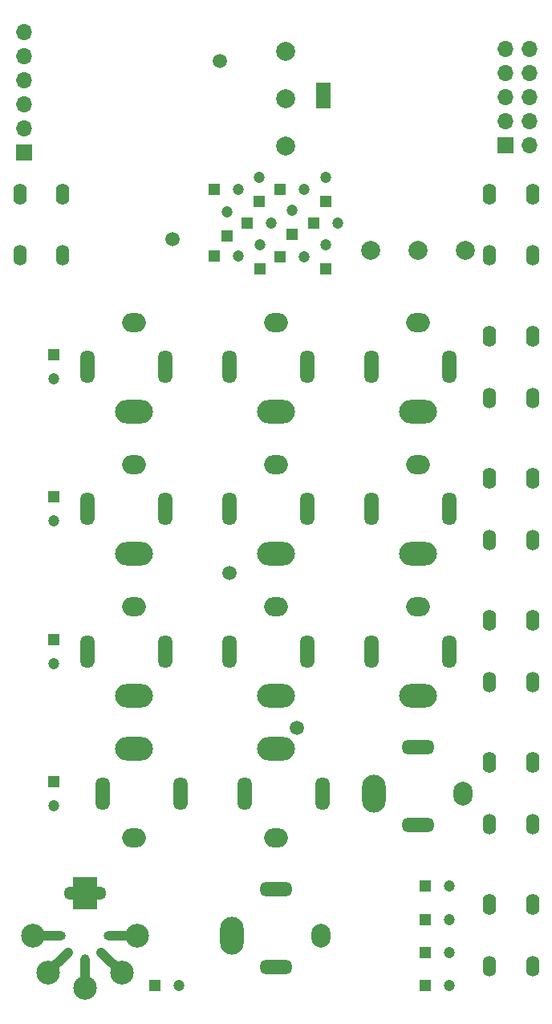
<source format=gts>
G04 #@! TF.FileFunction,Soldermask,Top*
%FSLAX46Y46*%
G04 Gerber Fmt 4.6, Leading zero omitted, Abs format (unit mm)*
G04 Created by KiCad (PCBNEW 4.0.2-stable) date 2017-03-21 6:26:13 PM*
%MOMM*%
G01*
G04 APERTURE LIST*
%ADD10C,0.200000*%
%ADD11R,1.700000X1.700000*%
%ADD12O,1.700000X1.700000*%
%ADD13O,4.000000X2.500000*%
%ADD14O,2.500000X2.000000*%
%ADD15O,1.500000X3.500000*%
%ADD16O,2.500000X4.000000*%
%ADD17O,2.000000X2.500000*%
%ADD18O,3.500000X1.500000*%
%ADD19R,1.600000X2.800000*%
%ADD20C,1.500000*%
%ADD21O,1.400000X2.200000*%
%ADD22O,1.400000X2.250000*%
%ADD23C,1.998980*%
%ADD24R,1.200000X1.200000*%
%ADD25C,1.200000*%
%ADD26C,2.500000*%
%ADD27R,2.500000X3.500000*%
%ADD28O,4.500000X1.350000*%
%ADD29O,4.200000X1.000000*%
%ADD30O,1.000000X4.200000*%
%ADD31C,1.000000*%
G04 APERTURE END LIST*
D10*
D11*
X159500000Y-52200000D03*
D12*
X162040000Y-52200000D03*
X159500000Y-49660000D03*
X162040000Y-49660000D03*
X159500000Y-47120000D03*
X162040000Y-47120000D03*
X159500000Y-44580000D03*
X162040000Y-44580000D03*
X159500000Y-42040000D03*
X162040000Y-42040000D03*
D13*
X135300000Y-115900000D03*
D14*
X135300000Y-125300000D03*
D15*
X140200000Y-120600000D03*
X132000000Y-120600000D03*
D16*
X130600000Y-135600000D03*
D17*
X140000000Y-135600000D03*
D18*
X135300000Y-130700000D03*
X135300000Y-138900000D03*
D13*
X135300000Y-95300000D03*
D14*
X135300000Y-85900000D03*
D15*
X130400000Y-90600000D03*
X138600000Y-90600000D03*
D13*
X135300000Y-110300000D03*
D14*
X135300000Y-100900000D03*
D15*
X130400000Y-105600000D03*
X138600000Y-105600000D03*
D13*
X135300000Y-80300000D03*
D14*
X135300000Y-70900000D03*
D15*
X130400000Y-75600000D03*
X138600000Y-75600000D03*
D13*
X120300000Y-80300000D03*
D14*
X120300000Y-70900000D03*
D15*
X115400000Y-75600000D03*
X123600000Y-75600000D03*
D13*
X120300000Y-95300000D03*
D14*
X120300000Y-85900000D03*
D15*
X115400000Y-90600000D03*
X123600000Y-90600000D03*
D13*
X120300000Y-110300000D03*
D14*
X120300000Y-100900000D03*
D15*
X115400000Y-105600000D03*
X123600000Y-105600000D03*
D13*
X120300000Y-115900000D03*
D14*
X120300000Y-125300000D03*
D15*
X125200000Y-120600000D03*
X117000000Y-120600000D03*
D13*
X150300000Y-80300000D03*
D14*
X150300000Y-70900000D03*
D15*
X145400000Y-75600000D03*
X153600000Y-75600000D03*
D13*
X150300000Y-95300000D03*
D14*
X150300000Y-85900000D03*
D15*
X145400000Y-90600000D03*
X153600000Y-90600000D03*
D13*
X150300000Y-110300000D03*
D14*
X150300000Y-100900000D03*
D15*
X145400000Y-105600000D03*
X153600000Y-105600000D03*
D16*
X145600000Y-120600000D03*
D17*
X155000000Y-120600000D03*
D18*
X150300000Y-115700000D03*
X150300000Y-123900000D03*
D19*
X140250000Y-47000000D03*
D20*
X124400000Y-62100000D03*
X130400000Y-97300000D03*
X137500000Y-113700000D03*
D11*
X108700000Y-53000000D03*
D12*
X108700000Y-50460000D03*
X108700000Y-47920000D03*
X108700000Y-45380000D03*
X108700000Y-42840000D03*
X108700000Y-40300000D03*
D20*
X129400000Y-43300000D03*
D21*
X157850000Y-78850000D03*
X162350000Y-78850000D03*
D22*
X157850000Y-72350000D03*
X162350000Y-72350000D03*
D21*
X108250000Y-63850000D03*
X112750000Y-63850000D03*
D22*
X108250000Y-57350000D03*
X112750000Y-57350000D03*
D21*
X157850000Y-93850000D03*
X162350000Y-93850000D03*
D22*
X157850000Y-87350000D03*
X162350000Y-87350000D03*
D21*
X157850000Y-138850000D03*
X162350000Y-138850000D03*
D22*
X157850000Y-132350000D03*
X162350000Y-132350000D03*
D21*
X157850000Y-108850000D03*
X162350000Y-108850000D03*
D22*
X157850000Y-102350000D03*
X162350000Y-102350000D03*
D21*
X157850000Y-63850000D03*
X162350000Y-63850000D03*
D22*
X157850000Y-57350000D03*
X162350000Y-57350000D03*
D21*
X157850000Y-123850000D03*
X162350000Y-123850000D03*
D22*
X157850000Y-117350000D03*
X162350000Y-117350000D03*
D23*
X150300000Y-63300000D03*
X155300000Y-63300000D03*
X145300000Y-63300000D03*
X136300000Y-47300000D03*
X136300000Y-42300000D03*
X136300000Y-52300000D03*
D24*
X151030000Y-140900000D03*
D25*
X153570000Y-140900000D03*
D24*
X139230000Y-60400000D03*
D25*
X141770000Y-60400000D03*
D24*
X122530000Y-140900000D03*
D25*
X125070000Y-140900000D03*
D24*
X111800000Y-119330000D03*
D25*
X111800000Y-121870000D03*
D24*
X111800000Y-104330000D03*
D25*
X111800000Y-106870000D03*
D24*
X111800000Y-89330000D03*
D25*
X111800000Y-91870000D03*
D24*
X111800000Y-74330000D03*
D25*
X111800000Y-76870000D03*
D24*
X151030000Y-137400000D03*
D25*
X153570000Y-137400000D03*
D24*
X151030000Y-133900000D03*
D25*
X153570000Y-133900000D03*
D24*
X151030000Y-130400000D03*
D25*
X153570000Y-130400000D03*
D24*
X140500000Y-65240000D03*
D25*
X140500000Y-62700000D03*
D24*
X135730000Y-64000000D03*
D25*
X138270000Y-64000000D03*
D24*
X133600000Y-65240000D03*
D25*
X133600000Y-62700000D03*
D24*
X128760000Y-63900000D03*
D25*
X131300000Y-63900000D03*
D24*
X137000000Y-61640000D03*
D25*
X137000000Y-59100000D03*
D24*
X132260000Y-60400000D03*
D25*
X134800000Y-60400000D03*
D24*
X130100000Y-61740000D03*
D25*
X130100000Y-59200000D03*
D24*
X140500000Y-58170000D03*
D25*
X140500000Y-55630000D03*
D24*
X135730000Y-56900000D03*
D25*
X138270000Y-56900000D03*
D24*
X133500000Y-58170000D03*
D25*
X133500000Y-55630000D03*
D24*
X128730000Y-56900000D03*
D25*
X131270000Y-56900000D03*
D26*
X109600000Y-135600000D03*
X120600000Y-135600000D03*
X115100000Y-141100000D03*
D27*
X115100000Y-131100000D03*
D26*
X111210000Y-139490000D03*
X118990000Y-139490000D03*
D28*
X115100000Y-131100000D03*
D29*
X111000000Y-135600000D03*
X119200000Y-135600000D03*
D30*
X115100000Y-139700000D03*
D31*
X111068629Y-139631371D02*
X113331371Y-137368629D01*
X116868629Y-137368629D02*
X119131371Y-139631371D01*
M02*

</source>
